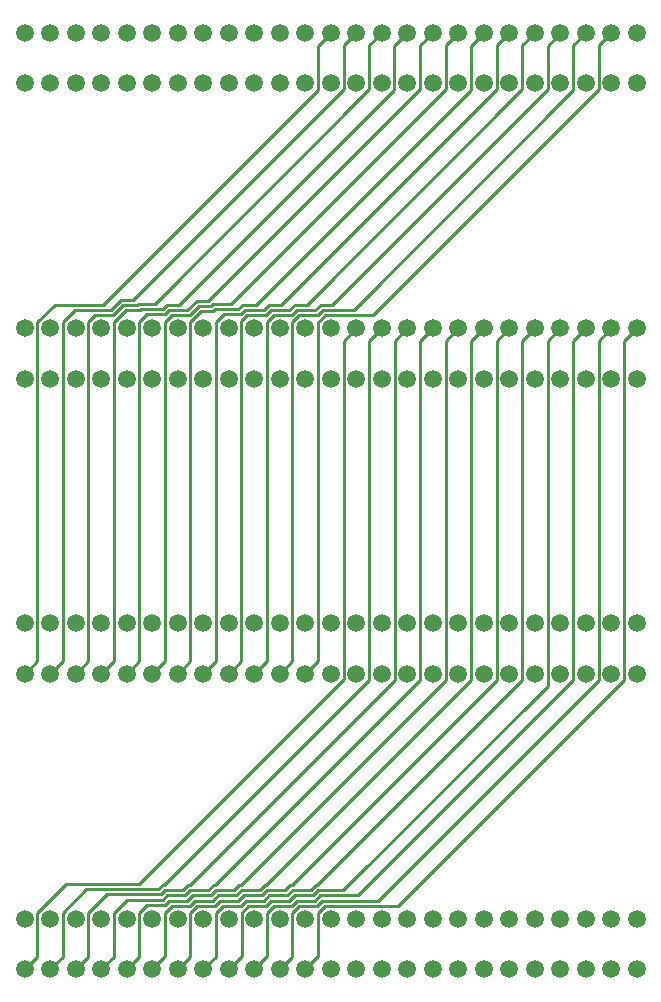
<source format=gbl>
G04 #@! TF.GenerationSoftware,KiCad,Pcbnew,(5.1.10-1-10_14)*
G04 #@! TF.CreationDate,2022-03-30T11:00:48+01:00*
G04 #@! TF.ProjectId,RJ21_DSLAM_ADAPTER,524a3231-5f44-4534-9c41-4d5f41444150,rev?*
G04 #@! TF.SameCoordinates,Original*
G04 #@! TF.FileFunction,Copper,L2,Bot*
G04 #@! TF.FilePolarity,Positive*
%FSLAX46Y46*%
G04 Gerber Fmt 4.6, Leading zero omitted, Abs format (unit mm)*
G04 Created by KiCad (PCBNEW (5.1.10-1-10_14)) date 2022-03-30 11:00:48*
%MOMM*%
%LPD*%
G01*
G04 APERTURE LIST*
G04 #@! TA.AperFunction,ComponentPad*
%ADD10C,1.500000*%
G04 #@! TD*
G04 #@! TA.AperFunction,Conductor*
%ADD11C,0.250000*%
G04 #@! TD*
G04 APERTURE END LIST*
D10*
X75280000Y-65855000D03*
X77440000Y-65855000D03*
X79600000Y-65855000D03*
X81760000Y-65855000D03*
X83920000Y-65855000D03*
X86080000Y-65855000D03*
X88240000Y-65855000D03*
X90400000Y-65855000D03*
X92560000Y-65855000D03*
X94720000Y-65855000D03*
X96880000Y-65855000D03*
X99040000Y-65855000D03*
X101200000Y-65855000D03*
X103360000Y-65855000D03*
X105520000Y-65855000D03*
X107680000Y-65855000D03*
X109840000Y-65855000D03*
X112000000Y-65855000D03*
X114160000Y-65855000D03*
X116320000Y-65855000D03*
X118480000Y-65855000D03*
X120640000Y-65855000D03*
X122800000Y-65855000D03*
X124960000Y-65855000D03*
X127120000Y-65855000D03*
X75280000Y-70145000D03*
X77440000Y-70145000D03*
X79600000Y-70145000D03*
X81760000Y-70145000D03*
X83920000Y-70145000D03*
X86080000Y-70145000D03*
X88240000Y-70145000D03*
X90400000Y-70145000D03*
X92560000Y-70145000D03*
X94720000Y-70145000D03*
X96880000Y-70145000D03*
X99040000Y-70145000D03*
X101200000Y-70145000D03*
X103360000Y-70145000D03*
X105520000Y-70145000D03*
X107680000Y-70145000D03*
X109840000Y-70145000D03*
X112000000Y-70145000D03*
X114160000Y-70145000D03*
X116320000Y-70145000D03*
X118480000Y-70145000D03*
X120640000Y-70145000D03*
X122800000Y-70145000D03*
X124960000Y-70145000D03*
X127120000Y-70145000D03*
X127120000Y-95145000D03*
X124960000Y-95145000D03*
X122800000Y-95145000D03*
X120640000Y-95145000D03*
X118480000Y-95145000D03*
X116320000Y-95145000D03*
X114160000Y-95145000D03*
X112000000Y-95145000D03*
X109840000Y-95145000D03*
X107680000Y-95145000D03*
X105520000Y-95145000D03*
X103360000Y-95145000D03*
X101200000Y-95145000D03*
X99040000Y-95145000D03*
X96880000Y-95145000D03*
X94720000Y-95145000D03*
X92560000Y-95145000D03*
X90400000Y-95145000D03*
X88240000Y-95145000D03*
X86080000Y-95145000D03*
X83920000Y-95145000D03*
X81760000Y-95145000D03*
X79600000Y-95145000D03*
X77440000Y-95145000D03*
X75280000Y-95145000D03*
X127120000Y-90855000D03*
X124960000Y-90855000D03*
X122800000Y-90855000D03*
X120640000Y-90855000D03*
X118480000Y-90855000D03*
X116320000Y-90855000D03*
X114160000Y-90855000D03*
X112000000Y-90855000D03*
X109840000Y-90855000D03*
X107680000Y-90855000D03*
X105520000Y-90855000D03*
X103360000Y-90855000D03*
X101200000Y-90855000D03*
X99040000Y-90855000D03*
X96880000Y-90855000D03*
X94720000Y-90855000D03*
X92560000Y-90855000D03*
X90400000Y-90855000D03*
X88240000Y-90855000D03*
X86080000Y-90855000D03*
X83920000Y-90855000D03*
X81760000Y-90855000D03*
X79600000Y-90855000D03*
X77440000Y-90855000D03*
X75280000Y-90855000D03*
X75280000Y-115855000D03*
X77440000Y-115855000D03*
X79600000Y-115855000D03*
X81760000Y-115855000D03*
X83920000Y-115855000D03*
X86080000Y-115855000D03*
X88240000Y-115855000D03*
X90400000Y-115855000D03*
X92560000Y-115855000D03*
X94720000Y-115855000D03*
X96880000Y-115855000D03*
X99040000Y-115855000D03*
X101200000Y-115855000D03*
X103360000Y-115855000D03*
X105520000Y-115855000D03*
X107680000Y-115855000D03*
X109840000Y-115855000D03*
X112000000Y-115855000D03*
X114160000Y-115855000D03*
X116320000Y-115855000D03*
X118480000Y-115855000D03*
X120640000Y-115855000D03*
X122800000Y-115855000D03*
X124960000Y-115855000D03*
X127120000Y-115855000D03*
X75280000Y-120145000D03*
X77440000Y-120145000D03*
X79600000Y-120145000D03*
X81760000Y-120145000D03*
X83920000Y-120145000D03*
X86080000Y-120145000D03*
X88240000Y-120145000D03*
X90400000Y-120145000D03*
X92560000Y-120145000D03*
X94720000Y-120145000D03*
X96880000Y-120145000D03*
X99040000Y-120145000D03*
X101200000Y-120145000D03*
X103360000Y-120145000D03*
X105520000Y-120145000D03*
X107680000Y-120145000D03*
X109840000Y-120145000D03*
X112000000Y-120145000D03*
X114160000Y-120145000D03*
X116320000Y-120145000D03*
X118480000Y-120145000D03*
X120640000Y-120145000D03*
X122800000Y-120145000D03*
X124960000Y-120145000D03*
X127120000Y-120145000D03*
X127120000Y-145145000D03*
X124960000Y-145145000D03*
X122800000Y-145145000D03*
X120640000Y-145145000D03*
X118480000Y-145145000D03*
X116320000Y-145145000D03*
X114160000Y-145145000D03*
X112000000Y-145145000D03*
X109840000Y-145145000D03*
X107680000Y-145145000D03*
X105520000Y-145145000D03*
X103360000Y-145145000D03*
X101200000Y-145145000D03*
X99040000Y-145145000D03*
X96880000Y-145145000D03*
X94720000Y-145145000D03*
X92560000Y-145145000D03*
X90400000Y-145145000D03*
X88240000Y-145145000D03*
X86080000Y-145145000D03*
X83920000Y-145145000D03*
X81760000Y-145145000D03*
X79600000Y-145145000D03*
X77440000Y-145145000D03*
X75280000Y-145145000D03*
X127120000Y-140855000D03*
X124960000Y-140855000D03*
X122800000Y-140855000D03*
X120640000Y-140855000D03*
X118480000Y-140855000D03*
X116320000Y-140855000D03*
X114160000Y-140855000D03*
X112000000Y-140855000D03*
X109840000Y-140855000D03*
X107680000Y-140855000D03*
X105520000Y-140855000D03*
X103360000Y-140855000D03*
X101200000Y-140855000D03*
X99040000Y-140855000D03*
X96880000Y-140855000D03*
X94720000Y-140855000D03*
X92560000Y-140855000D03*
X90400000Y-140855000D03*
X88240000Y-140855000D03*
X86080000Y-140855000D03*
X83920000Y-140855000D03*
X81760000Y-140855000D03*
X79600000Y-140855000D03*
X77440000Y-140855000D03*
X75280000Y-140855000D03*
D11*
X76355001Y-90348997D02*
X76355001Y-119069999D01*
X100115001Y-70661001D02*
X81896025Y-88879977D01*
X76355001Y-119069999D02*
X75280000Y-120145000D01*
X101200000Y-65855000D02*
X100115001Y-66939999D01*
X77824021Y-88879977D02*
X76355001Y-90348997D01*
X100115001Y-66939999D02*
X100115001Y-70661001D01*
X81896025Y-88879977D02*
X77824021Y-88879977D01*
X78524999Y-119060001D02*
X77440000Y-120145000D01*
X79534010Y-89329988D02*
X78524999Y-90338999D01*
X83461209Y-88449967D02*
X82581188Y-89329988D01*
X102284999Y-66930001D02*
X102284999Y-70651003D01*
X102284999Y-70651003D02*
X84486035Y-88449967D01*
X103360000Y-65855000D02*
X102284999Y-66930001D01*
X82581188Y-89329988D02*
X79534010Y-89329988D01*
X78524999Y-90338999D02*
X78524999Y-119060001D01*
X84486035Y-88449967D02*
X83461209Y-88449967D01*
X104444999Y-70651003D02*
X86296024Y-88799978D01*
X86296024Y-88799978D02*
X84927200Y-88799978D01*
X83647609Y-88899978D02*
X82767589Y-89779999D01*
X80684999Y-119060001D02*
X79600000Y-120145000D01*
X84827200Y-88899978D02*
X83647609Y-88899978D01*
X80684999Y-90338999D02*
X80684999Y-119060001D01*
X105520000Y-65855000D02*
X104444999Y-66930001D01*
X82767589Y-89779999D02*
X81243999Y-89779999D01*
X84927200Y-88799978D02*
X84827200Y-88899978D01*
X81243999Y-89779999D02*
X80684999Y-90338999D01*
X104444999Y-66930001D02*
X104444999Y-70651003D01*
X106595001Y-70661001D02*
X88376025Y-88879977D01*
X107680000Y-65855000D02*
X106595001Y-66939999D01*
X82835001Y-119069999D02*
X81760000Y-120145000D01*
X82835001Y-90348997D02*
X82835001Y-119069999D01*
X85113600Y-89249989D02*
X85013600Y-89349989D01*
X88376025Y-88879977D02*
X87351199Y-88879977D01*
X87351199Y-88879977D02*
X86981187Y-89249989D01*
X86981187Y-89249989D02*
X85113600Y-89249989D01*
X106595001Y-66939999D02*
X106595001Y-70661001D01*
X85013600Y-89349989D02*
X83834009Y-89349989D01*
X83834009Y-89349989D02*
X82835001Y-90348997D01*
X84995001Y-119069999D02*
X83920000Y-120145000D01*
X84995001Y-90348997D02*
X84995001Y-119069999D01*
X85643998Y-89700000D02*
X84995001Y-90348997D01*
X87167588Y-89700000D02*
X85643998Y-89700000D01*
X109840000Y-65855000D02*
X108764999Y-66930001D01*
X87537599Y-89329988D02*
X87167588Y-89700000D01*
X108764999Y-70625768D02*
X90840800Y-88549967D01*
X89061188Y-89329988D02*
X87537599Y-89329988D01*
X108764999Y-66930001D02*
X108764999Y-70625768D01*
X89841209Y-88549967D02*
X89061188Y-89329988D01*
X90840800Y-88549967D02*
X89841209Y-88549967D01*
X91227200Y-88799978D02*
X91027200Y-88999978D01*
X92776024Y-88799978D02*
X91227200Y-88799978D01*
X89247589Y-89779999D02*
X87723999Y-89779999D01*
X110924999Y-66930001D02*
X110924999Y-70651003D01*
X112000000Y-65855000D02*
X110924999Y-66930001D01*
X91027200Y-88999978D02*
X90027609Y-88999978D01*
X110924999Y-70651003D02*
X92776024Y-88799978D01*
X87155001Y-119069999D02*
X86080000Y-120145000D01*
X90027609Y-88999978D02*
X89247589Y-89779999D01*
X87723999Y-89779999D02*
X87155001Y-90348997D01*
X87155001Y-90348997D02*
X87155001Y-119069999D01*
X89315001Y-90348997D02*
X89315001Y-119069999D01*
X94856025Y-88879977D02*
X93747201Y-88879977D01*
X90214009Y-89449989D02*
X89315001Y-90348997D01*
X93377189Y-89249989D02*
X91413600Y-89249989D01*
X91213600Y-89449989D02*
X90214009Y-89449989D01*
X114160000Y-65855000D02*
X113075001Y-66939999D01*
X113075001Y-66939999D02*
X113075001Y-70661001D01*
X113075001Y-70661001D02*
X94856025Y-88879977D01*
X91413600Y-89249989D02*
X91213600Y-89449989D01*
X93747201Y-88879977D02*
X93377189Y-89249989D01*
X89315001Y-119069999D02*
X88240000Y-120145000D01*
X95541188Y-89329988D02*
X93933601Y-89329988D01*
X97016025Y-88879977D02*
X95991199Y-88879977D01*
X93933601Y-89329988D02*
X93563590Y-89700000D01*
X116320000Y-65855000D02*
X115244999Y-66930001D01*
X115244999Y-66930001D02*
X115244999Y-70651003D01*
X115244999Y-70651003D02*
X97016025Y-88879977D01*
X91484999Y-119060001D02*
X90400000Y-120145000D01*
X93563590Y-89700000D02*
X92123998Y-89700000D01*
X95991199Y-88879977D02*
X95541188Y-89329988D01*
X92123998Y-89700000D02*
X91484999Y-90338999D01*
X91484999Y-90338999D02*
X91484999Y-119060001D01*
X93635001Y-119069999D02*
X92560000Y-120145000D01*
X117404999Y-66930001D02*
X117404999Y-70651003D01*
X93635001Y-90264999D02*
X93635001Y-119069999D01*
X99176025Y-88879977D02*
X98151199Y-88879977D01*
X118480000Y-65855000D02*
X117404999Y-66930001D01*
X96177599Y-89329988D02*
X95727589Y-89779999D01*
X98151199Y-88879977D02*
X97701188Y-89329988D01*
X97701188Y-89329988D02*
X96177599Y-89329988D01*
X117404999Y-70651003D02*
X99176025Y-88879977D01*
X95727589Y-89779999D02*
X94120001Y-89779999D01*
X94120001Y-89779999D02*
X93635001Y-90264999D01*
X100347201Y-88879977D02*
X99897190Y-89329988D01*
X99897190Y-89329988D02*
X98337599Y-89329988D01*
X96363999Y-89779999D02*
X95795001Y-90348997D01*
X119555001Y-66939999D02*
X119555001Y-70608588D01*
X101283612Y-88879977D02*
X100347201Y-88879977D01*
X95795001Y-90348997D02*
X95795001Y-119069999D01*
X98337599Y-89329988D02*
X97887589Y-89779999D01*
X119555001Y-70608588D02*
X101283612Y-88879977D01*
X120640000Y-65855000D02*
X119555001Y-66939999D01*
X97887589Y-89779999D02*
X96363999Y-89779999D01*
X95795001Y-119069999D02*
X94720000Y-120145000D01*
X100083591Y-89779999D02*
X98523999Y-89779999D01*
X103133601Y-89329988D02*
X100533601Y-89329988D01*
X121724999Y-66930001D02*
X121724999Y-70738590D01*
X122800000Y-65855000D02*
X121724999Y-66930001D01*
X121724999Y-70738590D02*
X103133601Y-89329988D01*
X98523999Y-89779999D02*
X97955001Y-90348997D01*
X100533601Y-89329988D02*
X100083591Y-89779999D01*
X97955001Y-119069999D02*
X96880000Y-120145000D01*
X97955001Y-90348997D02*
X97955001Y-119069999D01*
X100115001Y-119069999D02*
X99040000Y-120145000D01*
X100115001Y-90384999D02*
X100115001Y-119069999D01*
X104756003Y-89779999D02*
X100720001Y-89779999D01*
X123884999Y-70651003D02*
X104756003Y-89779999D01*
X124960000Y-65855000D02*
X123884999Y-66930001D01*
X100720001Y-89779999D02*
X100115001Y-90384999D01*
X123884999Y-66930001D02*
X123884999Y-70651003D01*
X100683999Y-139779999D02*
X100124999Y-140338999D01*
X106916003Y-139779999D02*
X100683999Y-139779999D01*
X126044999Y-120651003D02*
X106916003Y-139779999D01*
X126044999Y-91930001D02*
X126044999Y-120651003D01*
X127120000Y-90855000D02*
X126044999Y-91930001D01*
X100124999Y-140338999D02*
X100124999Y-144060001D01*
X100124999Y-144060001D02*
X99040000Y-145145000D01*
X98523999Y-139779999D02*
X97955001Y-140348997D01*
X100497599Y-139329988D02*
X100047589Y-139779999D01*
X123884999Y-91930001D02*
X123884999Y-120651003D01*
X105206014Y-139329988D02*
X100497599Y-139329988D01*
X123884999Y-120651003D02*
X105206014Y-139329988D01*
X100047589Y-139779999D02*
X98523999Y-139779999D01*
X97955001Y-140348997D02*
X97955001Y-144069999D01*
X124960000Y-90855000D02*
X123884999Y-91930001D01*
X97955001Y-144069999D02*
X96880000Y-145145000D01*
X121715001Y-91939999D02*
X121715001Y-120661001D01*
X99861188Y-139329988D02*
X98337599Y-139329988D01*
X103496025Y-138879977D02*
X100311199Y-138879977D01*
X122800000Y-90855000D02*
X121715001Y-91939999D01*
X100311199Y-138879977D02*
X99861188Y-139329988D01*
X98337599Y-139329988D02*
X97887589Y-139779999D01*
X95804999Y-140338999D02*
X95804999Y-144060001D01*
X121715001Y-120661001D02*
X103496025Y-138879977D01*
X97887589Y-139779999D02*
X96363999Y-139779999D01*
X95804999Y-144060001D02*
X94720000Y-145145000D01*
X96363999Y-139779999D02*
X95804999Y-140338999D01*
X119564999Y-121125769D02*
X102260802Y-138429966D01*
X96177599Y-139329988D02*
X95727589Y-139779999D01*
X100124799Y-138429966D02*
X99674789Y-138879977D01*
X94203999Y-139779999D02*
X93644999Y-140338999D01*
X120640000Y-90855000D02*
X119564999Y-91930001D01*
X98151199Y-138879977D02*
X97701188Y-139329988D01*
X97701188Y-139329988D02*
X96177599Y-139329988D01*
X95727589Y-139779999D02*
X94203999Y-139779999D01*
X93644999Y-140338999D02*
X93644999Y-144060001D01*
X93644999Y-144060001D02*
X92560000Y-145145000D01*
X99674789Y-138879977D02*
X98151199Y-138879977D01*
X102260802Y-138429966D02*
X100124799Y-138429966D01*
X119564999Y-91930001D02*
X119564999Y-121125769D01*
X100076047Y-137979955D02*
X99938399Y-137979955D01*
X118480000Y-90855000D02*
X117404999Y-91930001D01*
X117404999Y-120651003D02*
X100076047Y-137979955D01*
X91475001Y-140348997D02*
X91475001Y-144069999D01*
X117404999Y-91930001D02*
X117404999Y-120651003D01*
X97964799Y-138429966D02*
X97514789Y-138879977D01*
X99488388Y-138429966D02*
X97964799Y-138429966D01*
X99938399Y-137979955D02*
X99488388Y-138429966D01*
X94017599Y-139329988D02*
X93567589Y-139779999D01*
X95991199Y-138879977D02*
X95541188Y-139329988D01*
X93567589Y-139779999D02*
X92043999Y-139779999D01*
X92043999Y-139779999D02*
X91475001Y-140348997D01*
X97514789Y-138879977D02*
X95991199Y-138879977D01*
X95541188Y-139329988D02*
X94017599Y-139329988D01*
X91475001Y-144069999D02*
X90400000Y-145145000D01*
X89315001Y-144069999D02*
X88240000Y-145145000D01*
X95354789Y-138879977D02*
X93831199Y-138879977D01*
X91857599Y-139329988D02*
X91407589Y-139779999D01*
X91407589Y-139779999D02*
X89883999Y-139779999D01*
X97778399Y-137979955D02*
X97328388Y-138429966D01*
X93381188Y-139329988D02*
X91857599Y-139329988D01*
X93831199Y-138879977D02*
X93381188Y-139329988D01*
X115244999Y-91930001D02*
X115244999Y-120618590D01*
X95804799Y-138429966D02*
X95354789Y-138879977D01*
X97328388Y-138429966D02*
X95804799Y-138429966D01*
X89315001Y-140348997D02*
X89315001Y-144069999D01*
X97883634Y-137979955D02*
X97778399Y-137979955D01*
X89883999Y-139779999D02*
X89315001Y-140348997D01*
X115244999Y-120618590D02*
X97883634Y-137979955D01*
X116320000Y-90855000D02*
X115244999Y-91930001D01*
X95618399Y-137979955D02*
X95168388Y-138429966D01*
X89247589Y-139779999D02*
X87723999Y-139779999D01*
X89697599Y-139329988D02*
X89247589Y-139779999D01*
X91671199Y-138879977D02*
X91221188Y-139329988D01*
X87164999Y-144060001D02*
X86080000Y-145145000D01*
X95168388Y-138429966D02*
X93644799Y-138429966D01*
X93644799Y-138429966D02*
X93194789Y-138879977D01*
X93194789Y-138879977D02*
X91671199Y-138879977D01*
X95747223Y-137979955D02*
X95618399Y-137979955D01*
X114160000Y-90855000D02*
X113084999Y-91930001D01*
X113084999Y-91930001D02*
X113084999Y-120642179D01*
X113084999Y-120642179D02*
X95747223Y-137979955D01*
X91221188Y-139329988D02*
X89697599Y-139329988D01*
X87723999Y-139779999D02*
X87164999Y-140338999D01*
X87164999Y-140338999D02*
X87164999Y-144060001D01*
X112000000Y-90855000D02*
X110915001Y-91939999D01*
X87537599Y-139329988D02*
X87167588Y-139700000D01*
X84995001Y-140348997D02*
X84995001Y-144069999D01*
X110915001Y-120661001D02*
X93596047Y-137979955D01*
X93596047Y-137979955D02*
X93458399Y-137979955D01*
X84995001Y-144069999D02*
X83920000Y-145145000D01*
X91484799Y-138429966D02*
X91034789Y-138879977D01*
X89061188Y-139329988D02*
X87537599Y-139329988D01*
X93458399Y-137979955D02*
X93008388Y-138429966D01*
X93008388Y-138429966D02*
X91484799Y-138429966D01*
X85643998Y-139700000D02*
X84995001Y-140348997D01*
X91034789Y-138879977D02*
X89511199Y-138879977D01*
X87167588Y-139700000D02*
X85643998Y-139700000D01*
X110915001Y-91939999D02*
X110915001Y-120661001D01*
X89511199Y-138879977D02*
X89061188Y-139329988D01*
X91436047Y-137979955D02*
X91298399Y-137979955D01*
X90848388Y-138429966D02*
X89324799Y-138429966D01*
X88874789Y-138879977D02*
X87351199Y-138879977D01*
X108764999Y-91930001D02*
X108764999Y-120651003D01*
X82835001Y-144069999D02*
X81760000Y-145145000D01*
X89324799Y-138429966D02*
X88874789Y-138879977D01*
X91298399Y-137979955D02*
X90848388Y-138429966D01*
X87351199Y-138879977D02*
X86981187Y-139249989D01*
X83934009Y-139249989D02*
X82835001Y-140348997D01*
X82835001Y-140348997D02*
X82835001Y-144069999D01*
X109840000Y-90855000D02*
X108764999Y-91930001D01*
X86981187Y-139249989D02*
X83934009Y-139249989D01*
X108764999Y-120651003D02*
X91436047Y-137979955D01*
X89276047Y-137979955D02*
X89138399Y-137979955D01*
X86794788Y-138799978D02*
X82224020Y-138799978D01*
X89138399Y-137979955D02*
X88688388Y-138429966D01*
X107680000Y-90855000D02*
X106604999Y-91930001D01*
X106604999Y-120651003D02*
X89276047Y-137979955D01*
X88688388Y-138429966D02*
X87164799Y-138429966D01*
X106604999Y-91930001D02*
X106604999Y-120651003D01*
X87164799Y-138429966D02*
X86794788Y-138799978D01*
X80675001Y-144069999D02*
X79600000Y-145145000D01*
X80675001Y-140348997D02*
X80675001Y-144069999D01*
X82224020Y-138799978D02*
X80675001Y-140348997D01*
X104444999Y-91930001D02*
X104444999Y-120651003D01*
X86978399Y-137979955D02*
X86608387Y-138349967D01*
X80514031Y-138349967D02*
X78515001Y-140348997D01*
X86608387Y-138349967D02*
X80514031Y-138349967D01*
X104444999Y-120651003D02*
X87116047Y-137979955D01*
X78515001Y-144069999D02*
X77440000Y-145145000D01*
X105520000Y-90855000D02*
X104444999Y-91930001D01*
X87116047Y-137979955D02*
X86978399Y-137979955D01*
X78515001Y-140348997D02*
X78515001Y-144069999D01*
X102284999Y-120605769D02*
X84990812Y-137899956D01*
X102284999Y-91930001D02*
X102284999Y-120605769D01*
X78804042Y-137899956D02*
X76355001Y-140348997D01*
X76355001Y-140348997D02*
X76355001Y-144069999D01*
X103360000Y-90855000D02*
X102284999Y-91930001D01*
X84990812Y-137899956D02*
X78804042Y-137899956D01*
X76355001Y-144069999D02*
X75280000Y-145145000D01*
M02*

</source>
